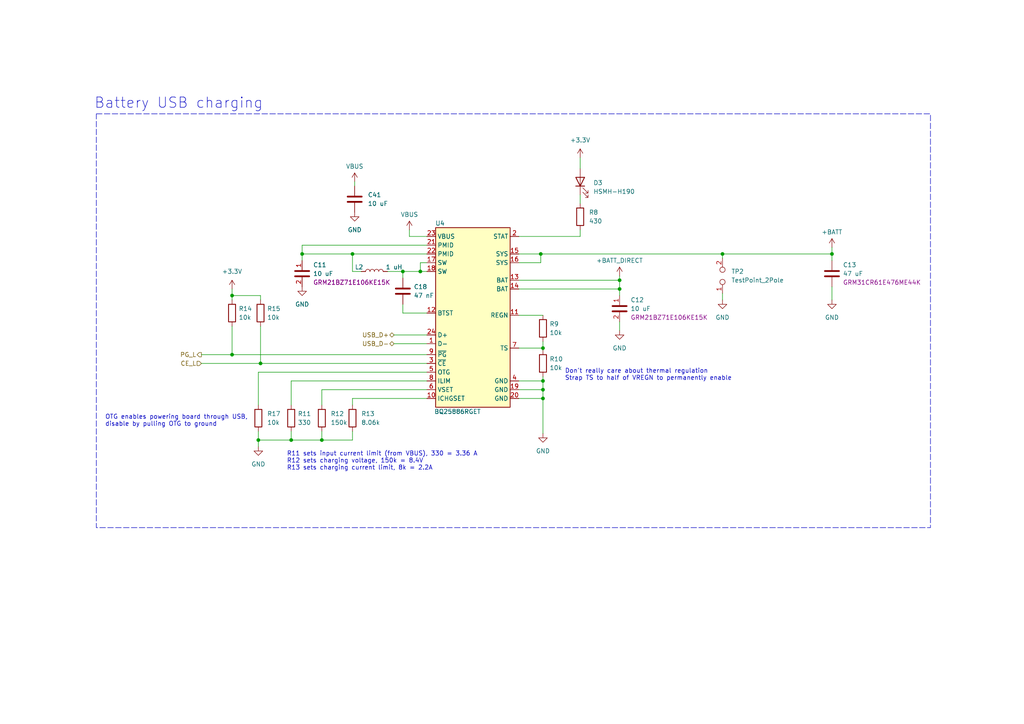
<source format=kicad_sch>
(kicad_sch (version 20230121) (generator eeschema)
  (paper "A4")
  (lib_symbols
    (symbol "Capacitors:GRM21BZ71E106KE15K"
      (property "Reference" "C" (at 1.27 2.54 0))
      (property "Value" "10 uF" (at 3.81 -2.54 0))
      (property "Part Number" "GRM21BZ71E106KE15K" (at 12.7 -5.08 0))
      (symbol "GRM21BZ71E106KE15K_0_1"
        (polyline (pts (xy -2.032 -0.762) (xy 2.032 -0.762)) (stroke (width 0.508)))
        (polyline (pts (xy -2.032 0.762) (xy 2.032 0.762)) (stroke (width 0.508)))
      )
      (symbol "GRM21BZ71E106KE15K_1_1"
        (pin passive line (at 0 3.81 270) (length 2.794) (name "~") (number "1"))
        (pin passive line (at 0 -3.81 90) (length 2.794) (name "~") (number "2"))
      )
    )
    (symbol "Capacitors:GRM31CR61E476ME44K" (pin_numbers hide) (pin_names hide)
      (property "Reference" "C" (at 3.81 1.905 0))
      (property "Value" "47 uF" (at 5.715 -1.905 0))
      (property "Part number" "GRM31CR61E476ME44K" (at 13.97 0 0))
      (symbol "GRM31CR61E476ME44K_0_1"
        (polyline (pts (xy -2.032 -0.762) (xy 2.032 -0.762)) (stroke (width 0.508)))
        (polyline (pts (xy -2.032 0.762) (xy 2.032 0.762)) (stroke (width 0.508)))
      )
      (symbol "GRM31CR61E476ME44K_1_1"
        (pin passive line (at 0 3.81 270) (length 2.794) (name "~") (number "1"))
        (pin passive line (at 0 -3.81 90) (length 2.794) (name "~") (number "2"))
      )
    )
    (symbol "Connector:TestPoint_2Pole" (pin_names (offset 0.762) hide)
      (property "Reference" "TP" (at 0 1.524 0))
      (property "Value" "TestPoint_2Pole" (at 0 -1.778 0))
      (symbol "TestPoint_2Pole_0_1"
        (circle (center -1.778 0) (radius 0.762))
        (circle (center 1.778 0) (radius 0.762))
        (pin passive line (at -5.08 0 0) (length 2.54) (name "1") (number "1"))
        (pin passive line (at 5.08 0 180) (length 2.54) (name "2") (number "2"))
      )
    )
    (symbol "Device:C" (pin_numbers hide) (pin_names (offset 0.254))
      (property "Reference" "C" (at 0.635 2.54 0))
      (property "Value" "C" (at 0.635 -2.54 0))
      (symbol "C_0_1"
        (polyline (pts (xy -2.032 -0.762) (xy 2.032 -0.762)) (stroke (width 0.508)))
        (polyline (pts (xy -2.032 0.762) (xy 2.032 0.762)) (stroke (width 0.508)))
      )
      (symbol "C_1_1"
        (pin passive line (at 0 3.81 270) (length 2.794) (name "~") (number "1"))
        (pin passive line (at 0 -3.81 90) (length 2.794) (name "~") (number "2"))
      )
    )
    (symbol "Device:L" (pin_numbers hide) (pin_names (offset 1.016) hide)
      (property "Reference" "L" (at -1.27 0 90))
      (property "Value" "L" (at 1.905 0 90))
      (symbol "L_0_1"
        (arc (start 0 -2.54) (mid 0.6323 -1.905) (end 0 -1.27))
        (arc (start 0 -1.27) (mid 0.6323 -0.635) (end 0 0))
        (arc (start 0 0) (mid 0.6323 0.635) (end 0 1.27))
        (arc (start 0 1.27) (mid 0.6323 1.905) (end 0 2.54))
      )
      (symbol "L_1_1"
        (pin passive line (at 0 3.81 270) (length 1.27) (name "1") (number "1"))
        (pin passive line (at 0 -3.81 90) (length 1.27) (name "2") (number "2"))
      )
    )
    (symbol "Device:R" (pin_numbers hide) (pin_names (offset 0))
      (property "Reference" "R" (at 2.032 0 90))
      (property "Value" "R" (at 0 0 90))
      (symbol "R_0_1"
        (rectangle (start -1.016 -2.54) (end 1.016 2.54) (stroke (width 0.254)))
      )
      (symbol "R_1_1"
        (pin passive line (at 0 3.81 270) (length 1.27) (name "~") (number "1"))
        (pin passive line (at 0 -3.81 90) (length 1.27) (name "~") (number "2"))
      )
    )
    (symbol "IC:BQ25886RGET"
      (property "Reference" "U" (at 1.27 1.27 0))
      (property "Value" "BQ25886RGET" (at 6.35 -53.34 0))
      (symbol "BQ25886RGET_1_1"
        (rectangle (start 0 0) (end 21.59 -52.07) (stroke (width 0.254)) (fill (type background)))
        (pin passive line (at -2.54 -33.655 0) (length 2.54) (name "D-") (number "1"))
        (pin passive line (at -2.54 -49.53 0) (length 2.54) (name "ICHGSET") (number "10"))
        (pin passive line (at 24.13 -25.4 180) (length 2.54) (name "REGN") (number "11"))
        (pin passive line (at -2.54 -24.765 0) (length 2.54) (name "BTST") (number "12"))
        (pin passive line (at 24.13 -15.24 180) (length 2.54) (name "BAT") (number "13"))
        (pin passive line (at 24.13 -17.78 180) (length 2.54) (name "BAT") (number "14"))
        (pin passive line (at 24.13 -7.62 180) (length 2.54) (name "SYS") (number "15"))
        (pin passive line (at 24.13 -10.16 180) (length 2.54) (name "SYS") (number "16"))
        (pin passive line (at -2.54 -10.16 0) (length 2.54) (name "SW") (number "17"))
        (pin passive line (at -2.54 -12.7 0) (length 2.54) (name "SW") (number "18"))
        (pin passive line (at 24.13 -46.99 180) (length 2.54) (name "GND") (number "19"))
        (pin passive line (at 24.13 -2.54 180) (length 2.54) (name "STAT") (number "2"))
        (pin passive line (at 24.13 -49.53 180) (length 2.54) (name "GND") (number "20"))
        (pin passive line (at -2.54 -5.08 0) (length 2.54) (name "PMID") (number "21"))
        (pin passive line (at -2.54 -7.62 0) (length 2.54) (name "PMID") (number "22"))
        (pin power_in line (at -2.54 -2.54 0) (length 2.54) (name "VBUS") (number "23"))
        (pin passive line (at -2.54 -31.115 0) (length 2.54) (name "D+") (number "24"))
        (pin passive line (at -2.54 -39.37 0) (length 2.54) (name "~{CE}") (number "3"))
        (pin passive line (at 24.13 -44.45 180) (length 2.54) (name "GND") (number "4"))
        (pin passive line (at -2.54 -41.91 0) (length 2.54) (name "OTG") (number "5"))
        (pin passive line (at -2.54 -46.99 0) (length 2.54) (name "VSET") (number "6"))
        (pin passive line (at 24.13 -34.925 180) (length 2.54) (name "TS") (number "7"))
        (pin passive line (at -2.54 -44.45 0) (length 2.54) (name "ILIM") (number "8"))
        (pin passive line (at -2.54 -36.83 0) (length 2.54) (name "~{PG}") (number "9"))
      )
    )
    (symbol "LEDs:HSMH-H190" (pin_numbers hide) (pin_names hide)
      (property "Reference" "D" (at -1.27 2.54 0))
      (property "Value" "HSMH-H190" (at 3.81 -2.54 0))
      (symbol "HSMH-H190_0_1"
        (polyline (pts (xy -1.27 -1.27) (xy -1.27 1.27)) (stroke (width 0.254)))
        (polyline (pts (xy -1.27 0) (xy 1.27 0)))
        (polyline (pts (xy 1.27 -1.27) (xy 1.27 1.27) (xy -1.27 0) (xy 1.27 -1.27)) (stroke (width 0.254)))
        (polyline (pts (xy -3.048 -0.762) (xy -4.572 -2.286) (xy -3.81 -2.286) (xy -4.572 -2.286) (xy -4.572 -1.524)))
        (polyline (pts (xy -1.778 -0.762) (xy -3.302 -2.286) (xy -2.54 -2.286) (xy -3.302 -2.286) (xy -3.302 -1.524)))
      )
      (symbol "HSMH-H190_1_1"
        (pin passive line (at -3.81 0 0) (length 2.54) (name "~") (number "1"))
        (pin passive line (at 3.81 0 180) (length 2.54) (name "") (number "2"))
      )
    )
    (symbol "power:+3.3V" (power) (pin_names (offset 0))
      (property "Value" "+3.3V" (at 0 3.556 0))
      (symbol "+3.3V_0_1"
        (polyline (pts (xy -0.762 1.27) (xy 0 2.54)))
        (polyline (pts (xy 0 0) (xy 0 2.54)))
        (polyline (pts (xy 0 2.54) (xy 0.762 1.27)))
      )
      (symbol "+3.3V_1_1"
        (pin power_in line (at 0 0 90) (length 0) hide (name "+3.3V") (number "1"))
      )
    )
    (symbol "power:+BATT" (power) (pin_names (offset 0))
      (property "Value" "+BATT" (at 0 3.556 0))
      (symbol "+BATT_0_1"
        (polyline (pts (xy -0.762 1.27) (xy 0 2.54)))
        (polyline (pts (xy 0 0) (xy 0 2.54)))
        (polyline (pts (xy 0 2.54) (xy 0.762 1.27)))
      )
      (symbol "+BATT_1_1"
        (pin power_in line (at 0 0 90) (length 0) hide (name "+BATT") (number "1"))
      )
    )
    (symbol "power:GND" (power) (pin_names (offset 0))
      (property "Value" "GND" (at 0 -3.81 0))
      (symbol "GND_0_1"
        (polyline (pts (xy 0 0) (xy 0 -1.27) (xy 1.27 -1.27) (xy 0 -2.54) (xy -1.27 -1.27) (xy 0 -1.27)))
      )
      (symbol "GND_1_1"
        (pin power_in line (at 0 0 270) (length 0) hide (name "GND") (number "1"))
      )
    )
    (symbol "power:VBUS" (power) (pin_names (offset 0))
      (property "Value" "VBUS" (at 0 3.81 0))
      (symbol "VBUS_0_1"
        (polyline (pts (xy -0.762 1.27) (xy 0 2.54)))
        (polyline (pts (xy 0 0) (xy 0 2.54)))
        (polyline (pts (xy 0 2.54) (xy 0.762 1.27)))
      )
      (symbol "VBUS_1_1"
        (pin power_in line (at 0 0 90) (length 0) hide (name "VBUS") (number "1"))
      )
    )
    (symbol "power_symbols:+BATT_DIRECT" (power) (pin_numbers hide) (pin_names hide) (in_bom no) (on_board no)
      (property "Value" "+BATT_DIRECT" (at 0.635 3.81 0))
      (symbol "+BATT_DIRECT_0_1"
        (polyline (pts (xy -0.762 1.27) (xy 0 2.54)))
        (polyline (pts (xy 0 0) (xy 0 2.54)))
        (polyline (pts (xy 0 2.54) (xy 0.762 1.27)))
      )
      (symbol "+BATT_DIRECT_1_1"
        (pin power_in line (at 0 0 90) (length 0) hide (name "+BATT_DIRECT") (number "1"))
      )
    )
  )
  (junction (at 74.93 127.635))
  (junction (at 87.63 73.66))
  (junction (at 67.31 102.87))
  (junction (at 116.84 78.74))
  (junction (at 241.3 73.66))
  (junction (at 102.235 73.66))
  (junction (at 121.92 78.74))
  (junction (at 157.48 113.03))
  (junction (at 156.845 73.66))
  (junction (at 75.565 105.41))
  (junction (at 157.48 110.49))
  (junction (at 179.705 81.28))
  (junction (at 84.455 127.635))
  (junction (at 157.48 100.965))
  (junction (at 209.55 73.66))
  (junction (at 67.31 85.725))
  (junction (at 179.705 83.82))
  (junction (at 93.345 127.635))
  (junction (at 157.48 115.57))
  (wire (pts (xy 74.93 107.95) (xy 74.93 117.475)))
  (wire (pts (xy 157.48 115.57) (xy 157.48 125.73)))
  (wire (pts (xy 67.31 102.87) (xy 123.825 102.87)))
  (wire (pts (xy 157.48 113.03) (xy 157.48 115.57)))
  (wire (pts (xy 102.235 127.635) (xy 93.345 127.635)))
  (wire (pts (xy 157.48 109.22) (xy 157.48 110.49)))
  (wire (pts (xy 209.55 85.09) (xy 209.55 86.995)))
  (wire (pts (xy 114.3 97.155) (xy 123.825 97.155)))
  (wire (pts (xy 104.775 78.74) (xy 102.235 78.74)))
  (wire (pts (xy 67.31 85.725) (xy 67.31 86.995)))
  (wire (pts (xy 102.87 52.705) (xy 102.87 53.975)))
  (wire (pts (xy 156.845 73.66) (xy 209.55 73.66)))
  (wire (pts (xy 209.55 73.66) (xy 241.3 73.66)))
  (wire (pts (xy 209.55 73.66) (xy 209.55 74.93)))
  (wire (pts (xy 84.455 125.095) (xy 84.455 127.635)))
  (wire (pts (xy 74.93 125.095) (xy 74.93 127.635)))
  (wire (pts (xy 67.31 94.615) (xy 67.31 102.87)))
  (wire (pts (xy 93.345 117.475) (xy 93.345 113.03)))
  (wire (pts (xy 168.275 68.58) (xy 150.495 68.58)))
  (wire (pts (xy 179.705 83.82) (xy 179.705 85.725)))
  (wire (pts (xy 87.63 73.66) (xy 102.235 73.66)))
  (wire (pts (xy 168.275 56.515) (xy 168.275 59.055)))
  (wire (pts (xy 102.235 73.66) (xy 123.825 73.66)))
  (wire (pts (xy 150.495 73.66) (xy 156.845 73.66)))
  (wire (pts (xy 150.495 91.44) (xy 157.48 91.44)))
  (wire (pts (xy 168.275 45.72) (xy 168.275 48.895)))
  (wire (pts (xy 179.705 81.28) (xy 179.705 83.82)))
  (wire (pts (xy 150.495 83.82) (xy 179.705 83.82)))
  (wire (pts (xy 102.235 115.57) (xy 123.825 115.57)))
  (wire (pts (xy 157.48 110.49) (xy 157.48 113.03)))
  (wire (pts (xy 121.92 76.2) (xy 121.92 78.74)))
  (wire (pts (xy 241.3 75.565) (xy 241.3 73.66)))
  (wire (pts (xy 157.48 100.965) (xy 157.48 101.6)))
  (wire (pts (xy 116.84 88.265) (xy 116.84 90.805)))
  (wire (pts (xy 156.845 76.2) (xy 156.845 73.66)))
  (wire (pts (xy 102.235 125.095) (xy 102.235 127.635)))
  (wire (pts (xy 67.31 85.725) (xy 75.565 85.725)))
  (wire (pts (xy 241.3 86.995) (xy 241.3 83.185)))
  (wire (pts (xy 84.455 127.635) (xy 93.345 127.635)))
  (wire (pts (xy 102.235 78.74) (xy 102.235 73.66)))
  (wire (pts (xy 123.825 68.58) (xy 118.745 68.58)))
  (wire (pts (xy 75.565 85.725) (xy 75.565 86.995)))
  (wire (pts (xy 150.495 81.28) (xy 179.705 81.28)))
  (wire (pts (xy 168.275 66.675) (xy 168.275 68.58)))
  (wire (pts (xy 87.63 71.12) (xy 123.825 71.12)))
  (wire (pts (xy 123.825 90.805) (xy 116.84 90.805)))
  (wire (pts (xy 84.455 110.49) (xy 84.455 117.475)))
  (wire (pts (xy 112.395 78.74) (xy 116.84 78.74)))
  (wire (pts (xy 93.345 113.03) (xy 123.825 113.03)))
  (wire (pts (xy 123.825 76.2) (xy 121.92 76.2)))
  (wire (pts (xy 150.495 115.57) (xy 157.48 115.57)))
  (wire (pts (xy 157.48 100.965) (xy 157.48 99.06)))
  (wire (pts (xy 84.455 110.49) (xy 123.825 110.49)))
  (wire (pts (xy 74.93 127.635) (xy 84.455 127.635)))
  (wire (pts (xy 150.495 113.03) (xy 157.48 113.03)))
  (wire (pts (xy 150.495 76.2) (xy 156.845 76.2)))
  (wire (pts (xy 93.345 125.095) (xy 93.345 127.635)))
  (wire (pts (xy 116.84 78.74) (xy 121.92 78.74)))
  (wire (pts (xy 87.63 71.12) (xy 87.63 73.66)))
  (wire (pts (xy 67.31 83.82) (xy 67.31 85.725)))
  (wire (pts (xy 123.825 107.95) (xy 74.93 107.95)))
  (wire (pts (xy 58.42 105.41) (xy 75.565 105.41)))
  (wire (pts (xy 74.93 127.635) (xy 74.93 129.54)))
  (wire (pts (xy 75.565 94.615) (xy 75.565 105.41)))
  (wire (pts (xy 241.3 71.755) (xy 241.3 73.66)))
  (wire (pts (xy 58.42 102.87) (xy 67.31 102.87)))
  (wire (pts (xy 150.495 110.49) (xy 157.48 110.49)))
  (wire (pts (xy 121.92 78.74) (xy 123.825 78.74)))
  (wire (pts (xy 150.495 100.965) (xy 157.48 100.965)))
  (wire (pts (xy 179.705 93.345) (xy 179.705 95.885)))
  (wire (pts (xy 114.3 99.695) (xy 123.825 99.695)))
  (wire (pts (xy 102.235 117.475) (xy 102.235 115.57)))
  (wire (pts (xy 116.84 78.74) (xy 116.84 80.645)))
  (wire (pts (xy 179.705 80.01) (xy 179.705 81.28)))
  (wire (pts (xy 118.745 68.58) (xy 118.745 66.675)))
  (wire (pts (xy 87.63 73.66) (xy 87.63 75.565)))
  (wire (pts (xy 75.565 105.41) (xy 123.825 105.41)))
  (rectangle (start 27.94 33.02) (end 269.875 153.035) (stroke (width 0) (type dash)))
  (text "Battery USB charging" (at 27.305 31.75 0) (effects (font (size 3 3)) (justify left bottom)))
  (text "R11 sets input current limit (from VBUS), 330 = 3.36 A\nR12 sets charging voltage, 150k = 8.4V\nR13 sets charging current limit, 8k = 2.2A" (at 83.185 136.525 0) (effects (font (size 1.27 1.27)) (justify left bottom)))
  (text "Don't really care about thermal regulation\nStrap TS to half of VREGN to permanently enable" (at 163.83 110.49 0) (effects (font (size 1.27 1.27)) (justify left bottom)))
  (text "OTG enables powering board through USB, \ndisable by pulling OTG to ground" (at 30.48 123.825 0) (effects (font (size 1.27 1.27)) (justify left bottom)))
  (hierarchical_label "CE_L" (shape input) (at 58.42 105.41 180))
  (hierarchical_label "USB_D+" (shape bidirectional) (at 114.3 97.155 180))
  (hierarchical_label "PG_L" (shape output) (at 58.42 102.87 180))
  (hierarchical_label "USB_D-" (shape bidirectional) (at 114.3 99.695 180))
  (symbol (lib_id "LEDs:HSMH-H190") (at 168.275 52.705 90) (unit 1)
    (property "Reference" "D3" (at 172.085 53.0225 90) (effects (justify right)))
    (property "Value" "HSMH-H190" (at 172.085 55.5625 90) (effects (justify right)))
    (property "Footprint" "LED_SMD:LED_0603_1608Metric_Pad1.05x0.95mm_HandSolder" (effects hide))
    (property "Datasheet" "https://no.mouser.com/datasheet/2/678/HSMH_H190_DS100-3240062.pdf" (effects hide))
  )
  (symbol (lib_id "power:GND") (at 157.48 125.73 0) (unit 1)
    (property "Reference" "#PWR016" (effects hide))
    (property "Value" "GND" (at 157.48 130.81 0))
  )
  (symbol (lib_id "Device:R") (at 157.48 95.25 0) (unit 1)
    (property "Reference" "R9" (at 159.385 93.98 0) (effects (justify left)))
    (property "Value" "10k" (at 159.385 96.52 0) (effects (justify left)))
    (property "Footprint" "Resistor_SMD:R_0603_1608Metric_Pad0.98x0.95mm_HandSolder" (effects hide))
  )
  (symbol (lib_id "power:GND") (at 179.705 95.885 0) (unit 1)
    (property "Reference" "#PWR022" (effects hide))
    (property "Value" "GND" (at 179.705 100.965 0))
  )
  (symbol (lib_id "Device:R") (at 168.275 62.865 0) (unit 1)
    (property "Reference" "R8" (at 170.815 61.595 0) (effects (justify left)))
    (property "Value" "430" (at 170.815 64.135 0) (effects (justify left)))
    (property "Footprint" "Resistor_SMD:R_0603_1608Metric_Pad0.98x0.95mm_HandSolder" (effects hide))
    (instances (project "frat" (path "" (reference "R8") (unit 1)) (path "" (reference "R16") (unit 1))) (project "frat" (path "" (reference "R8") (unit 1))))
  )
  (symbol (lib_id "Device:L") (at 108.585 78.74 90) (unit 1)
    (property "Reference" "L2" (at 104.14 77.47 90))
    (property "Value" "1 uH" (at 114.3 77.47 90))
    (property "Footprint" "Inductor_SMD:L_0603_1608Metric_Pad1.05x0.95mm_HandSolder" (effects hide))
  )
  (symbol (lib_id "Device:R") (at 74.93 121.285 0) (unit 1)
    (property "Reference" "R17" (at 77.47 120.015 0) (effects (justify left)))
    (property "Value" "10k" (at 77.47 122.555 0) (effects (justify left)))
    (property "Footprint" "Resistor_SMD:R_0603_1608Metric_Pad0.98x0.95mm_HandSolder" (effects hide))
  )
  (symbol (lib_id "power:VBUS") (at 118.745 66.675 0) (unit 1)
    (property "Reference" "#PWR020" (effects hide))
    (property "Value" "VBUS" (at 118.745 62.23 0))
  )
  (symbol (lib_id "power:GND") (at 87.63 83.185 0) (unit 1)
    (property "Reference" "#PWR021" (effects hide))
    (property "Value" "GND" (at 87.63 88.265 0))
  )
  (symbol (lib_id "power:+BATT") (at 241.3 71.755 0) (unit 1)
    (property "Reference" "#PWR024" (effects hide))
    (property "Value" "+BATT" (at 241.3 67.31 0))
  )
  (symbol (lib_id "Device:R") (at 75.565 90.805 0) (unit 1)
    (property "Reference" "R15" (at 77.47 89.535 0) (effects (justify left)))
    (property "Value" "10k" (at 77.47 92.075 0) (effects (justify left)))
    (property "Footprint" "Resistor_SMD:R_0603_1608Metric_Pad0.98x0.95mm_HandSolder" (effects hide))
  )
  (symbol (lib_id "power:VBUS") (at 102.87 52.705 0) (unit 1)
    (property "Reference" "#PWR072" (effects hide))
    (property "Value" "VBUS" (at 102.87 48.26 0))
  )
  (symbol (lib_id "Device:C") (at 102.87 57.785 0) (unit 1)
    (property "Reference" "C41" (at 106.68 56.515 0) (effects (justify left)))
    (property "Value" "10 uF" (at 106.68 59.055 0) (effects (justify left)))
    (property "Footprint" "Capacitor_SMD:C_0603_1608Metric_Pad1.08x0.95mm_HandSolder" (effects hide))
  )
  (symbol (lib_id "power:GND") (at 209.55 86.995 0) (unit 1)
    (property "Reference" "#PWR0125" (effects hide))
    (property "Value" "GND" (at 209.55 92.075 0))
  )
  (symbol (lib_id "power:+3.3V") (at 67.31 83.82 0) (unit 1)
    (property "Reference" "#PWR030" (effects hide))
    (property "Value" "+3.3V" (at 67.31 78.74 0))
  )
  (symbol (lib_id "Device:R") (at 67.31 90.805 0) (unit 1)
    (property "Reference" "R14" (at 69.215 89.535 0) (effects (justify left)))
    (property "Value" "10k" (at 69.215 92.075 0) (effects (justify left)))
    (property "Footprint" "Resistor_SMD:R_0603_1608Metric_Pad0.98x0.95mm_HandSolder" (effects hide))
  )
  (symbol (lib_id "IC:BQ25886RGET") (at 126.365 66.04 0) (unit 1)
    (property "Reference" "U4" (at 127.635 64.77 0))
    (property "Value" "BQ25886RGET" (at 132.715 119.38 0))
    (property "Footprint" "Package_DFN_QFN:VQFN-24-1EP_4x4mm_P0.5mm_EP2.45x2.45mm" (effects hide))
    (property "Datasheet" "https://www.ti.com/general/docs/suppproductinfo.tsp?distId=26&gotoUrl=https://www.ti.com/lit/gpn/bq25886" (effects hide))
  )
  (symbol (lib_id "Capacitors:GRM21BZ71E106KE15K") (at 87.63 79.375 0) (unit 1)
    (property "Reference" "C11" (at 90.805 76.835 0) (effects (justify left)))
    (property "Value" "10 uF" (at 90.805 79.375 0) (effects (justify left)))
    (property "Footprint" "Capacitor_SMD:C_0805_2012Metric_Pad1.18x1.45mm_HandSolder" (effects hide))
    (property "Datasheet" "https://no.mouser.com/datasheet/2/281/1/GRM21BZ71E106KE15_01A-1987083.pdf" (effects hide))
    (property "Part Number" "GRM21BZ71E106KE15K" (at 90.805 81.915 0) (effects (justify left)))
  )
  (symbol (lib_id "power:+3.3V") (at 168.275 45.72 0) (unit 1)
    (property "Reference" "#PWR031" (effects hide))
    (property "Value" "+3.3V" (at 168.275 40.64 0))
  )
  (symbol (lib_id "Capacitors:GRM21BZ71E106KE15K") (at 179.705 89.535 0) (unit 1)
    (property "Reference" "C12" (at 182.88 86.995 0) (effects (justify left)))
    (property "Value" "10 uF" (at 182.88 89.535 0) (effects (justify left)))
    (property "Footprint" "Capacitor_SMD:C_0805_2012Metric_Pad1.18x1.45mm_HandSolder" (effects hide))
    (property "Datasheet" "https://no.mouser.com/datasheet/2/281/1/GRM21BZ71E106KE15_01A-1987083.pdf" (effects hide))
    (property "Part Number" "GRM21BZ71E106KE15K" (at 182.88 92.075 0) (effects (justify left)))
  )
  (symbol (lib_id "Device:C") (at 116.84 84.455 0) (unit 1)
    (property "Reference" "C18" (at 120.015 83.185 0) (effects (justify left)))
    (property "Value" "47 nF" (at 120.015 85.725 0) (effects (justify left)))
    (property "Footprint" "Capacitor_SMD:C_0603_1608Metric_Pad1.08x0.95mm_HandSolder" (effects hide))
  )
  (symbol (lib_id "Device:R") (at 84.455 121.285 0) (unit 1)
    (property "Reference" "R11" (at 86.36 120.015 0) (effects (justify left)))
    (property "Value" "330" (at 86.36 122.555 0) (effects (justify left)))
    (property "Footprint" "Resistor_SMD:R_0603_1608Metric_Pad0.98x0.95mm_HandSolder" (effects hide))
  )
  (symbol (lib_id "power:GND") (at 74.93 129.54 0) (unit 1)
    (property "Reference" "#PWR029" (effects hide))
    (property "Value" "GND" (at 74.93 134.62 0))
  )
  (symbol (lib_id "Device:R") (at 157.48 105.41 0) (unit 1)
    (property "Reference" "R10" (at 159.385 104.14 0) (effects (justify left)))
    (property "Value" "10k" (at 159.385 106.68 0) (effects (justify left)))
    (property "Footprint" "Resistor_SMD:R_0603_1608Metric_Pad0.98x0.95mm_HandSolder" (effects hide))
  )
  (symbol (lib_id "power_symbols:+BATT_DIRECT") (at 179.705 80.01 0) (unit 1) (in_bom no) (on_board no)
    (property "Reference" "#PWR0110" (effects hide))
    (property "Value" "+BATT_DIRECT" (at 179.705 75.565 0))
  )
  (symbol (lib_id "Device:R") (at 93.345 121.285 0) (unit 1)
    (property "Reference" "R12" (at 95.885 120.015 0) (effects (justify left)))
    (property "Value" "150k" (at 95.885 122.555 0) (effects (justify left)))
    (property "Footprint" "Resistor_SMD:R_0603_1608Metric_Pad0.98x0.95mm_HandSolder" (effects hide))
  )
  (symbol (lib_id "power:GND") (at 102.87 61.595 0) (unit 1)
    (property "Reference" "#PWR093" (effects hide))
    (property "Value" "GND" (at 102.87 66.675 0))
  )
  (symbol (lib_id "Capacitors:GRM31CR61E476ME44K") (at 241.3 79.375 0) (unit 1)
    (property "Reference" "C13" (at 244.475 76.835 0) (effects (justify left)))
    (property "Value" "47 uF" (at 244.475 79.375 0) (effects (justify left)))
    (property "Footprint" "Capacitor_SMD:C_1206_3216Metric_Pad1.33x1.80mm_HandSolder" (effects hide))
    (property "Datasheet" "https://no.mouser.com/datasheet/2/281/murata_03052018_GRM_Series_1-1310166.pdf" (effects hide))
    (property "Part number" "GRM31CR61E476ME44K" (at 244.475 81.915 0) (effects (justify left)))
  )
  (symbol (lib_id "Device:R") (at 102.235 121.285 0) (unit 1)
    (property "Reference" "R13" (at 104.775 120.015 0) (effects (justify left)))
    (property "Value" "8.06k" (at 104.775 122.555 0) (effects (justify left)))
    (property "Footprint" "Resistor_SMD:R_0603_1608Metric_Pad0.98x0.95mm_HandSolder" (effects hide))
  )
  (symbol (lib_id "power:GND") (at 241.3 86.995 0) (unit 1)
    (property "Reference" "#PWR023" (effects hide))
    (property "Value" "GND" (at 241.3 92.075 0))
  )
  (symbol (lib_id "Connector:TestPoint_2Pole") (at 209.55 80.01 90) (unit 1)
    (property "Reference" "TP2" (at 212.09 78.74 90) (effects (justify right)))
    (property "Value" "TestPoint_2Pole" (at 212.09 81.28 90) (effects (justify right)))
    (property "Footprint" "TestPoint:TestPoint_2Pads_Pitch2.54mm_Drill0.8mm" (effects hide))
    (instances (project "frat" (path "" (reference "TP2") (unit 1)) (path "" (reference "TP3") (unit 1))) (project "frat" (path "" (reference "TP2") (unit 1))))
  )
)
</source>
